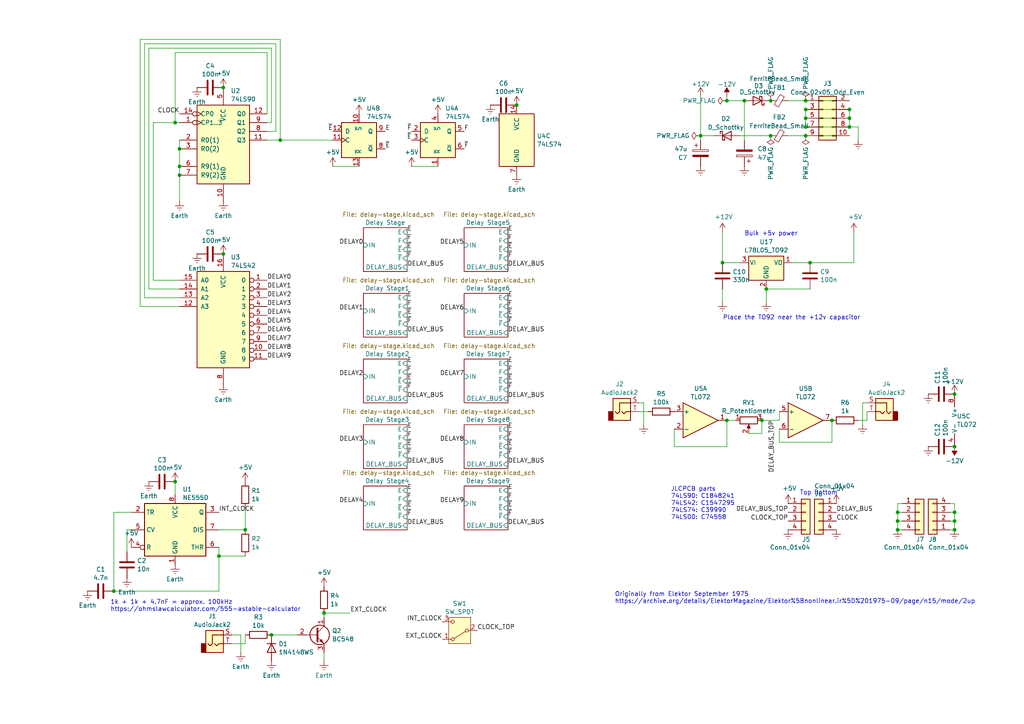
<source format=kicad_sch>
(kicad_sch (version 20250114) (generator "eeschema") (generator_version "9.0")
  (paper "A4")
  (lib_symbols
    (symbol "74xx:74LS42" (pin_names (offset 1.016))
      (property "Reference" "U" (at -7.62 13.97 0))
      (property "Value" "74LS42" (at -7.62 -16.51 0))
      (symbol "74LS42_1_0"
        (pin input line (at -12.7 10.16 0) (length 5.08) (name "A0") (number "15"))
        (pin input line (at -12.7 7.62 0) (length 5.08) (name "A1") (number "14"))
        (pin input line (at -12.7 5.08 0) (length 5.08) (name "A2") (number "13"))
        (pin input line (at -12.7 2.54 0) (length 5.08) (name "A3") (number "12"))
        (pin power_in line (at 0 17.78 270) (length 5.08) (name "VCC") (number "16"))
        (pin power_in line (at 0 -20.32 90) (length 5.08) (name "GND") (number "8"))
        (pin output inverted (at 12.7 10.16 180) (length 5.08) (name "0") (number "1"))
        (pin output inverted (at 12.7 7.62 180) (length 5.08) (name "1") (number "2"))
        (pin output inverted (at 12.7 5.08 180) (length 5.08) (name "2") (number "3"))
        (pin output inverted (at 12.7 2.54 180) (length 5.08) (name "3") (number "4"))
        (pin output inverted (at 12.7 0 180) (length 5.08) (name "4") (number "5"))
        (pin output inverted (at 12.7 -2.54 180) (length 5.08) (name "5") (number "6"))
        (pin output inverted (at 12.7 -5.08 180) (length 5.08) (name "6") (number "7"))
        (pin output inverted (at 12.7 -7.62 180) (length 5.08) (name "7") (number "9"))
        (pin output inverted (at 12.7 -10.16 180) (length 5.08) (name "8") (number "10"))
        (pin output inverted (at 12.7 -12.7 180) (length 5.08) (name "9") (number "11"))
      )
    )
    (symbol "74xx:74LS74" (pin_names (offset 1.016))
      (property "Reference" "U" (at -7.62 8.89 0))
      (property "Value" "74LS74" (at -7.62 -8.89 0))
      (symbol "74LS74_1_0"
        (pin input line (at -7.62 2.54 0) (length 2.54) (name "D") (number "2"))
        (pin input clock (at -7.62 0 0) (length 2.54) (name "C") (number "3"))
        (pin input line (at 0 7.62 270) (length 2.54) (name "~{S}") (number "4"))
        (pin input line (at 0 -7.62 90) (length 2.54) (name "~{R}") (number "1"))
        (pin output line (at 7.62 2.54 180) (length 2.54) (name "Q") (number "5"))
        (pin output line (at 7.62 -2.54 180) (length 2.54) (name "~{Q}") (number "6"))
      )
      (symbol "74LS74_2_0"
        (pin input line (at -7.62 2.54 0) (length 2.54) (name "D") (number "12"))
        (pin input clock (at -7.62 0 0) (length 2.54) (name "C") (number "11"))
        (pin input line (at 0 7.62 270) (length 2.54) (name "~{S}") (number "10"))
        (pin input line (at 0 -7.62 90) (length 2.54) (name "~{R}") (number "13"))
        (pin output line (at 7.62 2.54 180) (length 2.54) (name "Q") (number "9"))
        (pin output line (at 7.62 -2.54 180) (length 2.54) (name "~{Q}") (number "8"))
      )
      (symbol "74LS74_3_0"
        (pin power_in line (at 0 10.16 270) (length 2.54) (name "VCC") (number "14"))
        (pin power_in line (at 0 -10.16 90) (length 2.54) (name "GND") (number "7"))
      )
    )
    (symbol "74xx:74LS90" (pin_names (offset 1.016))
      (property "Reference" "U" (at -7.62 11.43 0))
      (property "Value" "74LS90" (at -7.62 -13.97 0))
      (symbol "74LS90_1_0"
        (pin input inverted_clock (at -12.7 7.62 0) (length 5.08) (name "CP0") (number "14"))
        (pin input inverted_clock (at -12.7 5.08 0) (length 5.08) (name "CP1..3") (number "1"))
        (pin input line (at -12.7 0 0) (length 5.08) (name "R0(1)") (number "2"))
        (pin input line (at -12.7 -2.54 0) (length 5.08) (name "R0(2)") (number "3"))
        (pin input line (at -12.7 -7.62 0) (length 5.08) (name "R9(1)") (number "6"))
        (pin input line (at -12.7 -10.16 0) (length 5.08) (name "R9(2)") (number "7"))
        (pin power_in line (at 0 15.24 270) (length 5.08) (name "VCC") (number "5"))
        (pin power_in line (at 0 -17.78 90) (length 5.08) (name "GND") (number "10"))
        (pin output line (at 12.7 7.62 180) (length 5.08) (name "Q0") (number "12"))
        (pin output line (at 12.7 5.08 180) (length 5.08) (name "Q1") (number "9"))
        (pin output line (at 12.7 2.54 180) (length 5.08) (name "Q2") (number "8"))
        (pin output line (at 12.7 0 180) (length 5.08) (name "Q3") (number "11"))
      )
    )
    (symbol "Amplifier_Operational:TL072" (pin_names (offset 0.127))
      (property "Reference" "U" (at 0 5.08 0))
      (property "Value" "TL072" (at 0 -5.08 0))
      (symbol "TL072_1_1"
        (pin input line (at -7.62 2.54 0) (length 2.54) (name "+") (number "3"))
        (pin input line (at -7.62 -2.54 0) (length 2.54) (name "-") (number "2"))
        (pin output line (at 7.62 0 180) (length 2.54) (name "~") (number "1"))
      )
      (symbol "TL072_2_1"
        (pin input line (at -7.62 2.54 0) (length 2.54) (name "+") (number "5"))
        (pin input line (at -7.62 -2.54 0) (length 2.54) (name "-") (number "6"))
        (pin output line (at 7.62 0 180) (length 2.54) (name "~") (number "7"))
      )
      (symbol "TL072_3_1"
        (pin power_in line (at -2.54 7.62 270) (length 3.81) (name "V+") (number "8"))
        (pin power_in line (at -2.54 -7.62 90) (length 3.81) (name "V-") (number "4"))
      )
    )
    (symbol "Connector_Audio:AudioJack2"
      (property "Reference" "J" (at 0 8.89 0))
      (property "Value" "AudioJack2" (at 0 6.35 0))
      (symbol "AudioJack2_1_1"
        (pin passive line (at 5.08 2.54 180) (length 2.54) (name "~") (number "S"))
        (pin passive line (at 5.08 0 180) (length 2.54) (name "~") (number "T"))
      )
    )
    (symbol "Connector_Generic:Conn_01x04" (pin_names (offset 1.016) (hide yes))
      (property "Reference" "J" (at 0 5.08 0))
      (property "Value" "Conn_01x04" (at 0 -7.62 0))
      (symbol "Conn_01x04_1_1"
        (pin passive line (at -5.08 2.54 0) (length 3.81) (name "Pin_1") (number "1"))
        (pin passive line (at -5.08 0 0) (length 3.81) (name "Pin_2") (number "2"))
        (pin passive line (at -5.08 -2.54 0) (length 3.81) (name "Pin_3") (number "3"))
        (pin passive line (at -5.08 -5.08 0) (length 3.81) (name "Pin_4") (number "4"))
      )
    )
    (symbol "Connector_Generic:Conn_02x05_Odd_Even" (pin_names (offset 1.016) (hide yes))
      (property "Reference" "J" (at 1.27 7.62 0))
      (property "Value" "Conn_02x05_Odd_Even" (at 1.27 -7.62 0))
      (symbol "Conn_02x05_Odd_Even_1_1"
        (pin passive line (at -5.08 5.08 0) (length 3.81) (name "Pin_1") (number "1"))
        (pin passive line (at -5.08 2.54 0) (length 3.81) (name "Pin_3") (number "3"))
        (pin passive line (at -5.08 0 0) (length 3.81) (name "Pin_5") (number "5"))
        (pin passive line (at -5.08 -2.54 0) (length 3.81) (name "Pin_7") (number "7"))
        (pin passive line (at -5.08 -5.08 0) (length 3.81) (name "Pin_9") (number "9"))
        (pin passive line (at 7.62 5.08 180) (length 3.81) (name "Pin_2") (number "2"))
        (pin passive line (at 7.62 2.54 180) (length 3.81) (name "Pin_4") (number "4"))
        (pin passive line (at 7.62 0 180) (length 3.81) (name "Pin_6") (number "6"))
        (pin passive line (at 7.62 -2.54 180) (length 3.81) (name "Pin_8") (number "8"))
        (pin passive line (at 7.62 -5.08 180) (length 3.81) (name "Pin_10") (number "10"))
      )
    )
    (symbol "Device:C" (pin_numbers (hide yes)) (pin_names (offset 0.254))
      (property "Reference" "C" (at 0.635 2.54 0))
      (property "Value" "C" (at 0.635 -2.54 0))
      (symbol "C_1_1"
        (pin passive line (at 0 3.81 270) (length 2.794) (name "~") (number "1"))
        (pin passive line (at 0 -3.81 90) (length 2.794) (name "~") (number "2"))
      )
    )
    (symbol "Device:C_Polarized" (pin_numbers (hide yes)) (pin_names (offset 0.254))
      (property "Reference" "C" (at 0.635 2.54 0))
      (property "Value" "C_Polarized" (at 0.635 -2.54 0))
      (symbol "C_Polarized_1_1"
        (pin passive line (at 0 3.81 270) (length 2.794) (name "~") (number "1"))
        (pin passive line (at 0 -3.81 90) (length 2.794) (name "~") (number "2"))
      )
    )
    (symbol "Device:D_Schottky" (pin_numbers (hide yes)) (pin_names (offset 1.016) (hide yes))
      (property "Reference" "D" (at 0 2.54 0))
      (property "Value" "D_Schottky" (at 0 -2.54 0))
      (symbol "D_Schottky_1_1"
        (pin passive line (at -3.81 0 0) (length 2.54) (name "K") (number "1"))
        (pin passive line (at 3.81 0 180) (length 2.54) (name "A") (number "2"))
      )
    )
    (symbol "Device:FerriteBead_Small" (pin_numbers (hide yes)) (pin_names (offset 0))
      (property "Reference" "FB" (at 1.905 1.27 0))
      (property "Value" "FerriteBead_Small" (at 1.905 -1.27 0))
      (symbol "FerriteBead_Small_1_1"
        (pin passive line (at 0 2.54 270) (length 1.27) (name "~") (number "1"))
        (pin passive line (at 0 -2.54 90) (length 1.27) (name "~") (number "2"))
      )
    )
    (symbol "Device:R" (pin_numbers (hide yes)) (pin_names (offset 0))
      (property "Reference" "R" (at 2.032 0 90))
      (property "Value" "R" (at 0 0 90))
      (symbol "R_1_1"
        (pin passive line (at 0 3.81 270) (length 1.27) (name "~") (number "1"))
        (pin passive line (at 0 -3.81 90) (length 1.27) (name "~") (number "2"))
      )
    )
    (symbol "Device:R_Potentiometer" (pin_names (offset 1.016) (hide yes))
      (property "Reference" "RV" (at -4.445 0 90))
      (property "Value" "R_Potentiometer" (at -2.54 0 90))
      (symbol "R_Potentiometer_1_1"
        (pin passive line (at 0 3.81 270) (length 1.27) (name "1") (number "1"))
        (pin passive line (at 0 -3.81 90) (length 1.27) (name "3") (number "3"))
        (pin passive line (at 3.81 0 180) (length 1.27) (name "2") (number "2"))
      )
    )
    (symbol "Diode:1N4148WS" (pin_numbers (hide yes)) (pin_names (hide yes))
      (property "Reference" "D" (at 0 2.54 0))
      (property "Value" "1N4148WS" (at 0 -2.54 0))
      (symbol "1N4148WS_1_1"
        (pin passive line (at -3.81 0 0) (length 2.54) (name "K") (number "1"))
        (pin passive line (at 3.81 0 180) (length 2.54) (name "A") (number "2"))
      )
    )
    (symbol "Earth_1" (power) (pin_numbers (hide yes)) (pin_names (offset 0) (hide yes))
      (property "Value" "Earth" (at 0 -3.81 0))
      (symbol "Earth_1_1_1"
        (pin power_in line (at 0 0 270) (length 0) (name "~") (number "1"))
      )
    )
    (symbol "Regulator_Linear:L78L05_TO92" (pin_names (offset 0.254))
      (property "Reference" "U" (at -3.81 3.175 0))
      (property "Value" "L78L05_TO92" (at 0 3.175 0))
      (symbol "L78L05_TO92_1_1"
        (pin power_in line (at -7.62 0 0) (length 2.54) (name "VI") (number "3"))
        (pin power_in line (at 0 -7.62 90) (length 2.54) (name "GND") (number "2"))
        (pin power_out line (at 7.62 0 180) (length 2.54) (name "VO") (number "1"))
      )
    )
    (symbol "Switch:SW_SPDT" (pin_names (offset 0) (hide yes))
      (property "Reference" "SW" (at 0 5.08 0))
      (property "Value" "SW_SPDT" (at 0 -5.08 0))
      (symbol "SW_SPDT_1_1"
        (pin passive line (at -5.08 0 0) (length 2.54) (name "B") (number "2"))
        (pin passive line (at 5.08 2.54 180) (length 2.54) (name "A") (number "1"))
        (pin passive line (at 5.08 -2.54 180) (length 2.54) (name "C") (number "3"))
      )
    )
    (symbol "Timer:NE555D"
      (property "Reference" "U" (at -10.16 8.89 0))
      (property "Value" "NE555D" (at 2.54 8.89 0))
      (symbol "NE555D_0_0"
        (pin power_in line (at 0 10.16 270) (length 2.54) (name "VCC") (number "8"))
        (pin power_in line (at 0 -10.16 90) (length 2.54) (name "GND") (number "1"))
      )
      (symbol "NE555D_1_1"
        (pin input line (at -12.7 5.08 0) (length 3.81) (name "TR") (number "2"))
        (pin input line (at -12.7 0 0) (length 3.81) (name "CV") (number "5"))
        (pin input inverted (at -12.7 -5.08 0) (length 3.81) (name "R") (number "4"))
        (pin output line (at 12.7 5.08 180) (length 3.81) (name "Q") (number "3"))
        (pin input line (at 12.7 0 180) (length 3.81) (name "DIS") (number "7"))
        (pin input line (at 12.7 -5.08 180) (length 3.81) (name "THR") (number "6"))
      )
    )
    (symbol "Transistor_BJT:BC548" (pin_names (offset 0) (hide yes))
      (property "Reference" "Q" (at 5.08 1.905 0))
      (property "Value" "BC548" (at 5.08 0 0))
      (symbol "BC548_1_1"
        (pin input line (at -5.08 0 0) (length 2.54) (name "B") (number "2"))
        (pin passive line (at 2.54 5.08 270) (length 2.54) (name "C") (number "1"))
        (pin passive line (at 2.54 -5.08 90) (length 2.54) (name "E") (number "3"))
      )
    )
    (symbol "power:+12V" (power) (pin_names (offset 0))
      (property "Value" "+12V" (at 0 3.556 0))
      (symbol "+12V_1_1"
        (pin power_in line (at 0 0 90) (length 0) (hide yes) (name "+12V") (number "1"))
      )
    )
    (symbol "power:+5V" (power) (pin_numbers (hide yes)) (pin_names (offset 0) (hide yes))
      (property "Value" "+5V" (at 0 3.556 0))
      (symbol "+5V_1_1"
        (pin power_in line (at 0 0 90) (length 0) (name "~") (number "1"))
      )
    )
    (symbol "power:-12V" (power) (pin_names (offset 0))
      (property "Value" "-12V" (at 0 3.81 0))
      (symbol "-12V_0_0"
        (pin power_in line (at 0 0 90) (length 0) (hide yes) (name "-12V") (number "1"))
      )
    )
    (symbol "power:Earth" (power) (pin_numbers (hide yes)) (pin_names (offset 0) (hide yes))
      (property "Value" "Earth" (at 0 -3.81 0))
      (symbol "Earth_1_1"
        (pin power_in line (at 0 0 270) (length 0) (name "~") (number "1"))
      )
    )
    (symbol "power:PWR_FLAG" (power) (pin_numbers (hide yes)) (pin_names (offset 0) (hide yes))
      (property "Value" "PWR_FLAG" (at 0 3.81 0))
      (symbol "PWR_FLAG_0_0"
        (pin power_out line (at 0 0 90) (length 0) (name "~") (number "1"))
      )
    )
  )
  (text "1k + 1k + 4.7nF = approx. 100kHz\nhttps://ohmslawcalculator.com/555-astable-calculator" (at 32.004 175.768 0) (effects (font (size 1.27 1.27)) (justify left)))
  (text "Originally from Elektor September 1975\nhttps://archive.org/details/ElektorMagazine/Elektor%5Bnonlinear.ir%5D%201975-09/page/n15/mode/2up" (at 178.308 173.482 0) (effects (font (size 1.27 1.27)) (justify left)))
  (text "JLCPCB parts\n74LS90: C1848241\n74LS42: C1547295\n74LS74: C39990\n74LS00: C74558" (at 194.564 146.05 0) (effects (font (size 1.27 1.27)) (justify left)))
  (text "Bulk +5v power" (at 215.9 68.58 0) (effects (font (size 1.27 1.27)) (justify left bottom)))
  (text "Top" (at 233.68 143.002 0) (effects (font (size 1.27 1.27))))
  (text "Place the TO92 near the +12v capacitor" (at 229.616 92.202 0) (effects (font (size 1.27 1.27))))
  (text "Bottom" (at 239.522 143.002 0) (effects (font (size 1.27 1.27))))
  (junction (at 260.35 148.59))
  (junction (at 241.3 121.92))
  (junction (at 260.35 153.67))
  (junction (at 233.68 31.75))
  (junction (at 276.86 153.67))
  (junction (at 276.86 129.54))
  (junction (at 260.35 151.13))
  (junction (at 203.2 39.37))
  (junction (at 220.98 121.92))
  (junction (at 52.07 48.26))
  (junction (at 52.07 43.18))
  (junction (at 234.95 76.2))
  (junction (at 93.98 177.8))
  (junction (at 64.77 73.66))
  (junction (at 215.9 29.21))
  (junction (at 246.38 34.29))
  (junction (at 276.86 151.13))
  (junction (at 81.28 40.64))
  (junction (at 64.77 25.4))
  (junction (at 222.25 83.82))
  (junction (at 52.07 50.8))
  (junction (at 33.02 171.45))
  (junction (at 276.86 114.3))
  (junction (at 50.8 35.56))
  (junction (at 246.38 31.75))
  (junction (at 63.5 161.29))
  (junction (at 149.86 30.48))
  (junction (at 233.68 34.29))
  (junction (at 233.68 39.37))
  (junction (at 50.8 139.7))
  (junction (at 246.38 36.83))
  (junction (at 276.86 148.59))
  (junction (at 210.82 121.92))
  (junction (at 233.68 36.83))
  (junction (at 223.52 29.21))
  (junction (at 209.55 76.2))
  (junction (at 233.68 29.21))
  (junction (at 71.12 153.67))
  (junction (at 210.82 29.21))
  (junction (at 223.52 39.37))
  (junction (at 78.74 184.15))
  (wire (pts (xy 38.1 148.59) (xy 33.02 148.59)))
  (wire (pts (xy 217.17 125.73) (xy 220.98 125.73)))
  (wire (pts (xy 203.2 39.37) (xy 203.2 40.64)))
  (wire (pts (xy 186.69 116.84) (xy 185.42 116.84)))
  (wire (pts (xy 260.35 148.59) (xy 261.62 148.59)))
  (wire (pts (xy 275.59 153.67) (xy 276.86 153.67)))
  (wire (pts (xy 71.12 153.67) (xy 63.5 153.67)))
  (wire (pts (xy 195.58 129.54) (xy 195.58 124.46)))
  (wire (pts (xy 203.2 27.94) (xy 203.2 39.37)))
  (wire (pts (xy 233.68 39.37) (xy 246.38 39.37)))
  (wire (pts (xy 210.82 29.21) (xy 215.9 29.21)))
  (wire (pts (xy 226.06 121.92) (xy 226.06 119.38)))
  (wire (pts (xy 214.63 39.37) (xy 223.52 39.37)))
  (wire (pts (xy 275.59 151.13) (xy 276.86 151.13)))
  (wire (pts (xy 78.74 35.56) (xy 78.74 13.97)))
  (wire (pts (xy 234.95 83.82) (xy 222.25 83.82)))
  (wire (pts (xy 119.38 48.26) (xy 127 48.26)))
  (wire (pts (xy 77.47 38.1) (xy 80.01 38.1)))
  (wire (pts (xy 63.5 161.29) (xy 71.12 161.29)))
  (wire (pts (xy 233.68 31.75) (xy 246.38 31.75)))
  (wire (pts (xy 233.68 29.21) (xy 246.38 29.21)))
  (wire (pts (xy 260.35 153.67) (xy 261.62 153.67)))
  (wire (pts (xy 33.02 171.45) (xy 63.5 171.45)))
  (wire (pts (xy 247.65 67.31) (xy 247.65 76.2)))
  (wire (pts (xy 52.07 40.64) (xy 52.07 43.18)))
  (wire (pts (xy 33.02 148.59) (xy 33.02 171.45)))
  (wire (pts (xy 226.06 128.27) (xy 226.06 124.46)))
  (wire (pts (xy 233.68 36.83) (xy 246.38 36.83)))
  (wire (pts (xy 96.52 48.26) (xy 104.14 48.26)))
  (wire (pts (xy 50.8 35.56) (xy 52.07 35.56)))
  (wire (pts (xy 210.82 129.54) (xy 195.58 129.54)))
  (wire (pts (xy 261.62 146.05) (xy 260.35 146.05)))
  (wire (pts (xy 52.07 50.8) (xy 52.07 58.42)))
  (wire (pts (xy 80.01 12.7) (xy 41.91 12.7)))
  (wire (pts (xy 276.86 151.13) (xy 276.86 153.67)))
  (wire (pts (xy 260.35 148.59) (xy 260.35 151.13)))
  (wire (pts (xy 77.47 33.02) (xy 77.47 15.24)))
  (wire (pts (xy 36.83 153.67) (xy 36.83 160.02)))
  (wire (pts (xy 275.59 146.05) (xy 276.86 146.05)))
  (wire (pts (xy 246.38 34.29) (xy 246.38 36.83)))
  (wire (pts (xy 69.85 184.15) (xy 69.85 189.23)))
  (wire (pts (xy 233.68 31.75) (xy 233.68 34.29)))
  (wire (pts (xy 260.35 151.13) (xy 261.62 151.13)))
  (wire (pts (xy 77.47 40.64) (xy 81.28 40.64)))
  (wire (pts (xy 241.3 128.27) (xy 226.06 128.27)))
  (wire (pts (xy 78.74 13.97) (xy 43.18 13.97)))
  (wire (pts (xy 80.01 38.1) (xy 80.01 12.7)))
  (wire (pts (xy 67.31 184.15) (xy 69.85 184.15)))
  (wire (pts (xy 41.91 86.36) (xy 52.07 86.36)))
  (wire (pts (xy 260.35 151.13) (xy 260.35 153.67)))
  (wire (pts (xy 71.12 186.69) (xy 67.31 186.69)))
  (wire (pts (xy 228.6 29.21) (xy 233.68 29.21)))
  (wire (pts (xy 210.82 27.94) (xy 210.82 29.21)))
  (wire (pts (xy 78.74 184.15) (xy 86.36 184.15)))
  (wire (pts (xy 185.42 119.38) (xy 187.96 119.38)))
  (wire (pts (xy 233.68 34.29) (xy 246.38 34.29)))
  (wire (pts (xy 220.98 125.73) (xy 220.98 121.92)))
  (wire (pts (xy 50.8 15.24) (xy 50.8 35.56)))
  (wire (pts (xy 52.07 43.18) (xy 52.07 48.26)))
  (wire (pts (xy 209.55 67.31) (xy 209.55 76.2)))
  (wire (pts (xy 71.12 147.32) (xy 71.12 153.67)))
  (wire (pts (xy 77.47 15.24) (xy 50.8 15.24)))
  (wire (pts (xy 81.28 11.43) (xy 40.64 11.43)))
  (wire (pts (xy 248.92 40.64) (xy 248.92 36.83)))
  (wire (pts (xy 228.6 39.37) (xy 233.68 39.37)))
  (wire (pts (xy 210.82 121.92) (xy 210.82 129.54)))
  (wire (pts (xy 93.98 177.8) (xy 101.6 177.8)))
  (wire (pts (xy 215.9 29.21) (xy 215.9 40.64)))
  (wire (pts (xy 220.98 121.92) (xy 226.06 121.92)))
  (wire (pts (xy 43.18 13.97) (xy 43.18 83.82)))
  (wire (pts (xy 229.87 76.2) (xy 234.95 76.2)))
  (wire (pts (xy 241.3 121.92) (xy 241.3 128.27)))
  (wire (pts (xy 251.46 116.84) (xy 250.19 116.84)))
  (wire (pts (xy 275.59 148.59) (xy 276.86 148.59)))
  (wire (pts (xy 246.38 31.75) (xy 246.38 34.29)))
  (wire (pts (xy 251.46 121.92) (xy 251.46 119.38)))
  (wire (pts (xy 41.91 12.7) (xy 41.91 86.36)))
  (wire (pts (xy 234.95 76.2) (xy 247.65 76.2)))
  (wire (pts (xy 71.12 184.15) (xy 71.12 186.69)))
  (wire (pts (xy 248.92 36.83) (xy 246.38 36.83)))
  (wire (pts (xy 248.92 121.92) (xy 251.46 121.92)))
  (wire (pts (xy 38.1 153.67) (xy 36.83 153.67)))
  (wire (pts (xy 210.82 121.92) (xy 213.36 121.92)))
  (wire (pts (xy 44.45 81.28) (xy 52.07 81.28)))
  (wire (pts (xy 222.25 83.82) (xy 222.25 87.63)))
  (wire (pts (xy 77.47 35.56) (xy 78.74 35.56)))
  (wire (pts (xy 250.19 116.84) (xy 250.19 123.19)))
  (wire (pts (xy 93.98 177.8) (xy 93.98 179.07)))
  (wire (pts (xy 186.69 116.84) (xy 186.69 123.19)))
  (wire (pts (xy 260.35 146.05) (xy 260.35 148.59)))
  (wire (pts (xy 203.2 39.37) (xy 207.01 39.37)))
  (wire (pts (xy 40.64 88.9) (xy 52.07 88.9)))
  (wire (pts (xy 209.55 83.82) (xy 209.55 87.63)))
  (wire (pts (xy 63.5 161.29) (xy 63.5 171.45)))
  (wire (pts (xy 50.8 139.7) (xy 50.8 143.51)))
  (wire (pts (xy 44.45 81.28) (xy 44.45 35.56)))
  (wire (pts (xy 40.64 11.43) (xy 40.64 88.9)))
  (wire (pts (xy 276.86 148.59) (xy 276.86 151.13)))
  (wire (pts (xy 93.98 189.23) (xy 93.98 191.77)))
  (wire (pts (xy 52.07 48.26) (xy 52.07 50.8)))
  (wire (pts (xy 276.86 146.05) (xy 276.86 148.59)))
  (wire (pts (xy 63.5 158.75) (xy 63.5 161.29)))
  (wire (pts (xy 44.45 35.56) (xy 50.8 35.56)))
  (wire (pts (xy 81.28 40.64) (xy 96.52 40.64)))
  (wire (pts (xy 233.68 34.29) (xy 233.68 36.83)))
  (wire (pts (xy 209.55 76.2) (xy 214.63 76.2)))
  (wire (pts (xy 43.18 83.82) (xy 52.07 83.82)))
  (wire (pts (xy 81.28 40.64) (xy 81.28 11.43)))
  (label "~{F}" (at 118.11 113.03 0))
  (label "F" (at 118.11 88.9 0))
  (label "F" (at 147.32 107.95 0))
  (label "F" (at 147.32 69.85 0))
  (label "~{E}" (at 147.32 129.54 0))
  (label "~{E}" (at 111.76 43.18 0))
  (label "~{E}" (at 147.32 72.39 0))
  (label "~{E}" (at 118.11 110.49 0))
  (label "~{E}" (at 147.32 91.44 0))
  (label "~{E}" (at 118.11 91.44 0))
  (label "DELAY_BUS_TOP" (at 228.6 148.59 180))
  (label "~{E}" (at 118.11 72.39 0))
  (label "~{E}" (at 118.11 147.32 0))
  (label "E" (at 111.76 38.1 0))
  (label "E" (at 118.11 142.24 0))
  (label "DELAY7" (at 134.62 109.22 180))
  (label "DELAY_BUS" (at 118.11 134.62 0))
  (label "DELAY_BUS_TOP" (at 224.79 121.92 270))
  (label "DELAY6" (at 77.47 96.52 0))
  (label "DELAY4" (at 77.47 91.44 0))
  (label "DELAY9" (at 134.62 146.05 180))
  (label "F" (at 118.11 69.85 0))
  (label "~{F}" (at 118.11 149.86 0))
  (label "~{F}" (at 147.32 113.03 0))
  (label "E" (at 118.11 67.31 0))
  (label "EXT_CLOCK" (at 128.27 185.42 180))
  (label "DELAY3" (at 77.47 88.9 0))
  (label "E" (at 147.32 67.31 0))
  (label "F" (at 118.11 127 0))
  (label "F" (at 147.32 127 0))
  (label "DELAY_BUS" (at 118.11 152.4 0))
  (label "DELAY1" (at 105.41 90.17 180))
  (label "DELAY4" (at 105.41 146.05 180))
  (label "DELAY8" (at 134.62 128.27 180))
  (label "~{E}" (at 147.32 110.49 0))
  (label "INT_CLOCK" (at 128.27 180.34 180))
  (label "~{F}" (at 147.32 93.98 0))
  (label "DELAY_BUS" (at 147.32 77.47 0))
  (label "DELAY_BUS" (at 147.32 134.62 0))
  (label "F" (at 134.62 38.1 0))
  (label "DELAY5" (at 134.62 71.12 180))
  (label "DELAY5" (at 77.47 93.98 0))
  (label "F" (at 147.32 88.9 0))
  (label "~{E}" (at 147.32 147.32 0))
  (label "DELAY_BUS" (at 118.11 77.47 0))
  (label "DELAY_BUS" (at 147.32 96.52 0))
  (label "DELAY2" (at 105.41 109.22 180))
  (label "DELAY0" (at 105.41 71.12 180))
  (label "CLOCK_TOP" (at 228.6 151.13 180))
  (label "EXT_CLOCK" (at 101.6 177.8 0))
  (label "DELAY_BUS" (at 147.32 115.57 0))
  (label "DELAY_BUS" (at 118.11 96.52 0))
  (label "DELAY0" (at 77.47 81.28 0))
  (label "E" (at 118.11 105.41 0))
  (label "E" (at 147.32 105.41 0))
  (label "DELAY3" (at 105.41 128.27 180))
  (label "DELAY7" (at 77.47 99.06 0))
  (label "E" (at 147.32 142.24 0))
  (label "F" (at 118.11 107.95 0))
  (label "DELAY6" (at 134.62 90.17 180))
  (label "~{F}" (at 118.11 93.98 0))
  (label "E" (at 118.11 124.46 0))
  (label "DELAY9" (at 77.47 104.14 0))
  (label "DELAY8" (at 77.47 101.6 0))
  (label "DELAY_BUS" (at 242.57 148.59 0))
  (label "CLOCK" (at 242.57 151.13 0))
  (label "~{E}" (at 96.52 38.1 180))
  (label "~{E}" (at 119.38 40.64 180))
  (label "E" (at 147.32 124.46 0))
  (label "DELAY2" (at 77.47 86.36 0))
  (label "F" (at 118.11 144.78 0))
  (label "~{F}" (at 134.62 43.18 0))
  (label "DELAY1" (at 77.47 83.82 0))
  (label "DELAY_BUS" (at 118.11 115.57 0))
  (label "~{F}" (at 118.11 132.08 0))
  (label "CLOCK_TOP" (at 138.43 182.88 0))
  (label "DELAY_BUS" (at 147.32 152.4 0))
  (label "~{F}" (at 119.38 38.1 180))
  (label "~{F}" (at 147.32 149.86 0))
  (label "~{F}" (at 147.32 132.08 0))
  (label "INT_CLOCK" (at 63.5 148.59 0))
  (label "~{E}" (at 118.11 129.54 0))
  (label "~{F}" (at 147.32 74.93 0))
  (label "CLOCK" (at 52.07 33.02 180))
  (label "~{F}" (at 118.11 74.93 0))
  (label "E" (at 118.11 86.36 0))
  (label "E" (at 147.32 86.36 0))
  (label "F" (at 147.32 144.78 0))
  (symbol (lib_id "Connector_Generic:Conn_01x04") (at 270.51 151.13 180) (unit 1)
    (property "Reference" "J8" (at 270.51 156.464 0))
    (property "Value" "Conn_01x04" (at 275.082 158.75 0))
    (property "Footprint" "Connector_PinSocket_2.54mm:PinSocket_1x04_P2.54mm_Vertical" (effects (hide yes)))
    (property "Description" "Generic connector, single row, 01x04, script generated (kicad-library-utils/schlib/autogen/connector/)" (effects (hide yes)))
  )
  (symbol (lib_id "Device:C") (at 273.05 114.3 90) (unit 1)
    (property "Reference" "C11" (at 271.8816 111.379 0) (effects (justify left)))
    (property "Value" "100n" (at 274.193 111.379 0) (effects (justify left)))
    (property "Footprint" "Capacitor_THT:C_Disc_D3.4mm_W2.1mm_P2.50mm" (effects (hide yes)))
  )
  (symbol (lib_id "74xx:74LS90") (at 64.77 40.64 0) (unit 1)
    (property "Reference" "U2" (at 66.9133 26.3355 0) (effects (justify left)))
    (property "Value" "74LS90" (at 66.9133 28.7598 0) (effects (justify left)))
    (property "Footprint" "Package_SO:SOIC-14_3.9x8.7mm_P1.27mm" (effects (hide yes)))
    (property "Datasheet" "http://www.ti.com/lit/gpn/sn74LS90" (effects (hide yes)))
    (property "Description" "BCD Counter ( div 2 & div 5 )" (effects (hide yes)))
  )
  (symbol (lib_id "Connector_Audio:AudioJack2") (at 256.54 119.38 0) (mirror y) (unit 1)
    (property "Reference" "J4" (at 257.175 111.4255 0))
    (property "Value" "AudioJack2" (at 257.175 113.8498 0))
    (property "Footprint" "Connector_Audio:Jack_3.5mm_QingPu_WQP-PJ398SM_Vertical_CircularHoles" (effects (hide yes)))
    (property "Description" "Audio Jack, 2 Poles (Mono / TS)" (effects (hide yes)))
  )
  (symbol (lib_id "power:Earth") (at 64.77 58.42 0) (unit 1)
    (property "Reference" "#PWR011" (effects (hide yes)))
    (property "Value" "Earth" (at 64.77 62.5531 0))
    (property "Description" "Power symbol creates a global label with name \"Earth\"" (effects (hide yes)))
  )
  (symbol (lib_id "power:+5V") (at 149.86 30.48 0) (unit 1)
    (property "Reference" "#PWR024" (effects (hide yes)))
    (property "Value" "+5V" (at 149.86 26.3469 0))
    (property "Description" "Power symbol creates a global label with name \"+5V\"" (effects (hide yes)))
  )
  (symbol (lib_id "power:Earth") (at 242.57 153.67 0) (unit 1)
    (property "Reference" "#PWR063" (effects (hide yes)))
    (property "Value" "Earth" (effects (hide yes)))
  )
  (symbol (lib_id "power:Earth") (at 203.2 48.26 0) (unit 1)
    (property "Reference" "#PWR028" (effects (hide yes)))
    (property "Value" "Earth" (effects (hide yes)))
  )
  (symbol (lib_id "power:+5V") (at 242.57 146.05 0) (unit 1)
    (property "Reference" "#PWR061" (effects (hide yes)))
    (property "Value" "+5V" (at 242.951 141.6558 0))
  )
  (symbol (lib_id "power:Earth") (at 149.86 50.8 0) (unit 1)
    (property "Reference" "#PWR025" (effects (hide yes)))
    (property "Value" "Earth" (at 149.86 54.9331 0))
    (property "Description" "Power symbol creates a global label with name \"Earth\"" (effects (hide yes)))
  )
  (symbol (lib_id "power:Earth") (at 52.07 58.42 0) (unit 1)
    (property "Reference" "#PWR07" (effects (hide yes)))
    (property "Value" "Earth" (at 52.07 62.5531 0))
    (property "Description" "Power symbol creates a global label with name \"Earth\"" (effects (hide yes)))
  )
  (symbol (lib_id "Device:C") (at 29.21 171.45 270) (unit 1)
    (property "Reference" "C1" (at 29.21 165.1465 90))
    (property "Value" "4.7n" (at 29.21 167.5708 90))
    (property "Footprint" "Capacitor_THT:C_Disc_D3.4mm_W2.1mm_P2.50mm" (effects (hide yes)))
    (property "Description" "Unpolarized capacitor" (effects (hide yes)))
  )
  (symbol (lib_id "power:PWR_FLAG") (at 233.68 39.37 180) (unit 1)
    (property "Reference" "#FLG06" (effects (hide yes)))
    (property "Value" "PWR_FLAG" (at 233.68 42.5449 90) (effects (justify left)))
    (property "Description" "Special symbol for telling ERC where power comes from" (effects (hide yes)))
  )
  (symbol (lib_id "power:+5V") (at 93.98 170.18 0) (unit 1)
    (property "Reference" "#PWR017" (effects (hide yes)))
    (property "Value" "+5V" (at 93.98 166.0469 0))
    (property "Description" "Power symbol creates a global label with name \"+5V\"" (effects (hide yes)))
  )
  (symbol (lib_id "Connector_Generic:Conn_01x04") (at 233.68 148.59 0) (unit 1)
    (property "Reference" "J5" (at 232.664 156.464 0) (effects (justify left)))
    (property "Value" "Conn_01x04" (at 223.266 158.75 0) (effects (justify left)))
    (property "Footprint" "Connector_PinHeader_2.54mm:PinHeader_1x04_P2.54mm_Vertical" (effects (hide yes)))
    (property "Description" "Generic connector, single row, 01x04, script generated (kicad-library-utils/schlib/autogen/connector/)" (effects (hide yes)))
  )
  (symbol (lib_id "Device:C") (at 234.95 80.01 0) (unit 1)
    (property "Reference" "C9" (at 237.871 78.8416 0) (effects (justify left)))
    (property "Value" "100n" (at 237.871 81.153 0) (effects (justify left)))
    (property "Footprint" "Capacitor_THT:C_Disc_D3.4mm_W2.1mm_P2.50mm" (effects (hide yes)))
  )
  (symbol (lib_id "Connector_Generic:Conn_01x04") (at 266.7 148.59 0) (unit 1)
    (property "Reference" "J7" (at 265.684 156.464 0) (effects (justify left)))
    (property "Value" "Conn_01x04" (at 256.286 158.75 0) (effects (justify left)))
    (property "Footprint" "Connector_PinHeader_2.54mm:PinHeader_1x04_P2.54mm_Vertical" (effects (hide yes)))
    (property "Description" "Generic connector, single row, 01x04, script generated (kicad-library-utils/schlib/autogen/connector/)" (effects (hide yes)))
  )
  (symbol (lib_id "power:Earth") (at 186.69 123.19 0) (unit 1)
    (property "Reference" "#PWR026" (effects (hide yes)))
    (property "Value" "Earth" (effects (hide yes)))
  )
  (symbol (lib_id "power:Earth") (at 269.24 114.3 0) (unit 1)
    (property "Reference" "#PWR036" (effects (hide yes)))
    (property "Value" "Earth" (effects (hide yes)))
  )
  (symbol (lib_id "Regulator_Linear:L78L05_TO92") (at 222.25 76.2 0) (unit 1)
    (property "Reference" "U17" (at 222.25 70.1505 0))
    (property "Value" "L78L05_TO92" (at 222.25 72.5748 0))
    (property "Footprint" "Package_TO_SOT_THT:TO-92_Wide" (effects (hide yes)))
    (property "Datasheet" "http://www.st.com/content/ccc/resource/technical/document/datasheet/15/55/e5/aa/23/5b/43/fd/CD00000446.pdf/files/CD00000446.pdf/jcr:content/translations/en.CD00000446.pdf" (effects (hide yes)))
    (property "Description" "Positive 100mA 30V Linear Regulator, Fixed Output 5V, TO-92" (effects (hide yes)))
  )
  (symbol (lib_id "74xx:74LS74") (at 104.14 40.64 0) (unit 2)
    (property "Reference" "U4" (at 106.2833 31.4155 0) (effects (justify left)))
    (property "Value" "74LS74" (at 106.2833 33.8398 0) (effects (justify left)))
    (property "Footprint" "Package_SO:SOIC-14_3.9x8.7mm_P1.27mm" (effects (hide yes)))
    (property "Datasheet" "74xx/74hc_hct74.pdf" (effects (hide yes)))
    (property "Description" "Dual D Flip-flop, Set & Reset" (effects (hide yes)))
  )
  (symbol (lib_name "Earth_1") (lib_id "power:Earth") (at 93.98 191.77 0) (unit 1)
    (property "Reference" "#PWR018" (effects (hide yes)))
    (property "Value" "Earth" (at 93.98 195.9031 0))
    (property "Description" "Power symbol creates a global label with name \"Earth\"" (effects (hide yes)))
  )
  (symbol (lib_id "power:Earth") (at 43.18 139.7 0) (unit 1)
    (property "Reference" "#PWR04" (effects (hide yes)))
    (property "Value" "Earth" (at 43.18 143.8331 0))
    (property "Description" "Power symbol creates a global label with name \"Earth\"" (effects (hide yes)))
  )
  (symbol (lib_id "power:Earth") (at 57.15 25.4 0) (unit 1)
    (property "Reference" "#PWR08" (effects (hide yes)))
    (property "Value" "Earth" (at 57.15 29.5331 0))
    (property "Description" "Power symbol creates a global label with name \"Earth\"" (effects (hide yes)))
  )
  (symbol (lib_id "Device:R") (at 71.12 143.51 0) (unit 1)
    (property "Reference" "R1" (at 72.898 142.2978 0) (effects (justify left)))
    (property "Value" "1k" (at 72.898 144.7221 0) (effects (justify left)))
    (property "Footprint" "Resistor_THT:R_Axial_DIN0207_L6.3mm_D2.5mm_P7.62mm_Horizontal" (effects (hide yes)))
    (property "Description" "Resistor" (effects (hide yes)))
  )
  (symbol (lib_id "Switch:SW_SPDT") (at 133.35 182.88 180) (unit 1)
    (property "Reference" "SW1" (at 133.35 175.0525 0))
    (property "Value" "SW_SPDT" (at 133.35 177.4768 0))
    (property "Footprint" "Connector_PinHeader_2.54mm:PinHeader_1x03_P2.54mm_Vertical" (effects (hide yes)))
    (property "Description" "Switch, single pole double throw" (effects (hide yes)))
  )
  (symbol (lib_id "power:PWR_FLAG") (at 210.82 29.21 90) (unit 1)
    (property "Reference" "#FLG02" (effects (hide yes)))
    (property "Value" "PWR_FLAG" (at 207.6451 29.21 90) (effects (justify left)))
    (property "Description" "Special symbol for telling ERC where power comes from" (effects (hide yes)))
  )
  (symbol (lib_id "power:Earth") (at 222.25 87.63 0) (unit 1)
    (property "Reference" "#PWR032" (effects (hide yes)))
    (property "Value" "Earth" (effects (hide yes)))
  )
  (symbol (lib_id "power:-12V") (at 276.86 129.54 180) (unit 1)
    (property "Reference" "#PWR039" (effects (hide yes)))
    (property "Value" "-12V" (at 276.86 133.6731 0))
  )
  (symbol (lib_id "Device:C") (at 209.55 80.01 0) (unit 1)
    (property "Reference" "C10" (at 212.471 78.8416 0) (effects (justify left)))
    (property "Value" "330n" (at 212.471 81.153 0) (effects (justify left)))
    (property "Footprint" "Capacitor_THT:C_Disc_D3.4mm_W2.1mm_P2.50mm" (effects (hide yes)))
  )
  (symbol (lib_id "74xx:74LS74") (at 127 40.64 0) (unit 1)
    (property "Reference" "U4" (at 129.1433 31.4155 0) (effects (justify left)))
    (property "Value" "74LS74" (at 129.1433 33.8398 0) (effects (justify left)))
    (property "Footprint" "Package_SO:SOIC-14_3.9x8.7mm_P1.27mm" (effects (hide yes)))
    (property "Datasheet" "74xx/74hc_hct74.pdf" (effects (hide yes)))
    (property "Description" "Dual D Flip-flop, Set & Reset" (effects (hide yes)))
  )
  (symbol (lib_id "Device:D_Schottky") (at 210.82 39.37 0) (unit 1)
    (property "Reference" "D2" (at 210.5025 34.4002 0))
    (property "Value" "D_Schottky" (at 210.5025 36.9371 0))
    (property "Footprint" "Diode_THT:D_DO-35_SOD27_P7.62mm_Horizontal" (effects (hide yes)))
  )
  (symbol (lib_id "power:-12V") (at 210.82 27.94 0) (unit 1)
    (property "Reference" "#PWR030" (effects (hide yes)))
    (property "Value" "-12V" (at 210.82 24.4381 0))
  )
  (symbol (lib_id "Device:R") (at 191.77 119.38 90) (unit 1)
    (property "Reference" "R5" (at 191.77 114.2195 90))
    (property "Value" "100k" (at 191.77 116.6438 90))
    (property "Footprint" "Resistor_THT:R_Axial_DIN0207_L6.3mm_D2.5mm_P7.62mm_Horizontal" (effects (hide yes)))
    (property "Description" "Resistor" (effects (hide yes)))
  )
  (symbol (lib_id "Device:C") (at 60.96 73.66 90) (unit 1)
    (property "Reference" "C5" (at 60.96 67.3565 90))
    (property "Value" "100n" (at 60.96 69.7808 90))
    (property "Footprint" "Capacitor_SMD:C_0402_1005Metric" (effects (hide yes)))
    (property "Description" "Unpolarized capacitor" (effects (hide yes)))
  )
  (symbol (lib_id "Diode:1N4148WS") (at 78.74 187.96 270) (unit 1)
    (property "Reference" "D1" (at 80.772 186.7478 90) (effects (justify left)))
    (property "Value" "1N4148WS" (at 80.772 189.1721 90) (effects (justify left)))
    (property "Footprint" "Diode_THT:D_DO-35_SOD27_P7.62mm_Horizontal" (effects (hide yes)))
    (property "Datasheet" "https://www.vishay.com/docs/85751/1n4148ws.pdf" (effects (hide yes)))
    (property "Description" "75V 0.15A Fast switching Diode, SOD-323" (effects (hide yes)))
    (property "Sim.Device" "D" (effects (hide yes)))
    (property "Sim.Pins" "1=K 2=A" (effects (hide yes)))
  )
  (symbol (lib_id "power:+12V") (at 203.2 27.94 0) (unit 1)
    (property "Reference" "#PWR027" (effects (hide yes)))
    (property "Value" "+12V" (at 203.2 24.3642 0))
  )
  (symbol (lib_id "Device:C") (at 146.05 30.48 90) (unit 1)
    (property "Reference" "C6" (at 146.05 24.1765 90))
    (property "Value" "100n" (at 146.05 26.6008 90))
    (property "Footprint" "Capacitor_SMD:C_0402_1005Metric" (effects (hide yes)))
    (property "Description" "Unpolarized capacitor" (effects (hide yes)))
  )
  (symbol (lib_id "power:+5V") (at 104.14 33.02 0) (unit 1)
    (property "Reference" "#PWR020" (effects (hide yes)))
    (property "Value" "+5V" (at 104.14 28.8869 0))
    (property "Description" "Power symbol creates a global label with name \"+5V\"" (effects (hide yes)))
  )
  (symbol (lib_id "power:+5V") (at 247.65 67.31 0) (unit 1)
    (property "Reference" "#PWR033" (effects (hide yes)))
    (property "Value" "+5V" (at 248.031 62.9158 0))
  )
  (symbol (lib_id "power:+5V") (at 64.77 73.66 0) (unit 1)
    (property "Reference" "#PWR012" (effects (hide yes)))
    (property "Value" "+5V" (at 64.77 69.5269 0))
    (property "Description" "Power symbol creates a global label with name \"+5V\"" (effects (hide yes)))
  )
  (symbol (lib_id "power:Earth") (at 50.8 163.83 0) (unit 1)
    (property "Reference" "#PWR06" (effects (hide yes)))
    (property "Value" "Earth" (at 50.8 167.9631 0))
    (property "Description" "Power symbol creates a global label with name \"Earth\"" (effects (hide yes)))
  )
  (symbol (lib_id "power:Earth") (at 228.6 153.67 0) (unit 1)
    (property "Reference" "#PWR062" (effects (hide yes)))
    (property "Value" "Earth" (effects (hide yes)))
  )
  (symbol (lib_id "Device:D_Schottky") (at 219.71 29.21 180) (unit 1)
    (property "Reference" "D3" (at 220.0275 24.9301 0))
    (property "Value" "D_Schottky" (at 219.71 26.67 0))
    (property "Footprint" "Diode_THT:D_DO-35_SOD27_P7.62mm_Horizontal" (effects (hide yes)))
  )
  (symbol (lib_id "power:+5V") (at 71.12 139.7 0) (unit 1)
    (property "Reference" "#PWR015" (effects (hide yes)))
    (property "Value" "+5V" (at 71.12 135.5669 0))
    (property "Description" "Power symbol creates a global label with name \"+5V\"" (effects (hide yes)))
  )
  (symbol (lib_name "Earth_1") (lib_id "power:Earth") (at 78.74 191.77 0) (unit 1)
    (property "Reference" "#PWR016" (effects (hide yes)))
    (property "Value" "Earth" (at 78.74 195.9031 0))
    (property "Description" "Power symbol creates a global label with name \"Earth\"" (effects (hide yes)))
  )
  (symbol (lib_id "Device:R_Potentiometer") (at 217.17 121.92 90) (mirror x) (unit 1)
    (property "Reference" "RV1" (at 217.17 116.7595 90))
    (property "Value" "R_Potentiometer" (at 217.17 119.1838 90))
    (property "Footprint" "Potentiometer_THT:Potentiometer_Alpha_RD901F-40-00D_Single_Vertical" (effects (hide yes)))
    (property "Description" "Potentiometer" (effects (hide yes)))
  )
  (symbol (lib_id "power:Earth") (at 209.55 87.63 0) (unit 1)
    (property "Reference" "#PWR064" (effects (hide yes)))
    (property "Value" "Earth" (effects (hide yes)))
  )
  (symbol (lib_id "power:+5V") (at 64.77 25.4 0) (unit 1)
    (property "Reference" "#PWR010" (effects (hide yes)))
    (property "Value" "+5V" (at 64.77 21.2669 0))
    (property "Description" "Power symbol creates a global label with name \"+5V\"" (effects (hide yes)))
  )
  (symbol (lib_id "Connector_Audio:AudioJack2") (at 180.34 119.38 0) (unit 1)
    (property "Reference" "J2" (at 179.705 111.4255 0))
    (property "Value" "AudioJack2" (at 179.705 113.8498 0))
    (property "Footprint" "Connector_Audio:Jack_3.5mm_QingPu_WQP-PJ398SM_Vertical_CircularHoles" (effects (hide yes)))
    (property "Description" "Audio Jack, 2 Poles (Mono / TS)" (effects (hide yes)))
  )
  (symbol (lib_id "Device:FerriteBead_Small") (at 226.06 29.21 90) (unit 1)
    (property "Reference" "FB1" (at 226.06 25.4 90))
    (property "Value" "FerriteBead_Small" (at 226.06 22.86 90))
    (property "Footprint" "Resistor_THT:R_Axial_DIN0207_L6.3mm_D2.5mm_P7.62mm_Horizontal" (effects (hide yes)))
  )
  (symbol (lib_id "power:Earth") (at 25.4 171.45 0) (unit 1)
    (property "Reference" "#PWR01" (effects (hide yes)))
    (property "Value" "Earth" (at 25.4 175.5831 0))
    (property "Description" "Power symbol creates a global label with name \"Earth\"" (effects (hide yes)))
  )
  (symbol (lib_id "power:Earth") (at 260.35 153.67 0) (unit 1)
    (property "Reference" "#PWR065" (effects (hide yes)))
    (property "Value" "Earth" (effects (hide yes)))
  )
  (symbol (lib_id "74xx:74LS74") (at 149.86 40.64 0) (unit 3)
    (property "Reference" "U4" (at 155.702 39.4278 0) (effects (justify left)))
    (property "Value" "74LS74" (at 155.702 41.8521 0) (effects (justify left)))
    (property "Footprint" "Package_SO:SOIC-14_3.9x8.7mm_P1.27mm" (effects (hide yes)))
    (property "Datasheet" "74xx/74hc_hct74.pdf" (effects (hide yes)))
    (property "Description" "Dual D Flip-flop, Set & Reset" (effects (hide yes)))
  )
  (symbol (lib_id "Device:R") (at 74.93 184.15 270) (unit 1)
    (property "Reference" "R3" (at 74.93 178.9895 90))
    (property "Value" "10k" (at 74.93 181.4138 90))
    (property "Footprint" "Resistor_THT:R_Axial_DIN0207_L6.3mm_D2.5mm_P7.62mm_Horizontal" (effects (hide yes)))
    (property "Description" "Resistor" (effects (hide yes)))
  )
  (symbol (lib_id "Device:C") (at 273.05 129.54 90) (unit 1)
    (property "Reference" "C12" (at 271.8816 126.619 0) (effects (justify left)))
    (property "Value" "100n" (at 274.193 126.619 0) (effects (justify left)))
    (property "Footprint" "Capacitor_THT:C_Disc_D3.4mm_W2.1mm_P2.50mm" (effects (hide yes)))
  )
  (symbol (lib_id "power:+5V") (at 119.38 48.26 0) (unit 1)
    (property "Reference" "#PWR021" (effects (hide yes)))
    (property "Value" "+5V" (at 119.38 44.1269 0))
    (property "Description" "Power symbol creates a global label with name \"+5V\"" (effects (hide yes)))
  )
  (symbol (lib_id "power:Earth") (at 57.15 73.66 0) (unit 1)
    (property "Reference" "#PWR09" (effects (hide yes)))
    (property "Value" "Earth" (at 57.15 77.7931 0))
    (property "Description" "Power symbol creates a global label with name \"Earth\"" (effects (hide yes)))
  )
  (symbol (lib_id "Connector_Generic:Conn_01x04") (at 237.49 148.59 0) (mirror y) (unit 1)
    (property "Reference" "J6" (at 237.49 143.256 0))
    (property "Value" "Conn_01x04" (at 242.062 140.97 0))
    (property "Footprint" "Connector_PinSocket_2.54mm:PinSocket_1x04_P2.54mm_Vertical" (effects (hide yes)))
    (property "Description" "Generic connector, single row, 01x04, script generated (kicad-library-utils/schlib/autogen/connector/)" (effects (hide yes)))
  )
  (symbol (lib_id "power:+5V") (at 96.52 48.26 0) (unit 1)
    (property "Reference" "#PWR019" (effects (hide yes)))
    (property "Value" "+5V" (at 96.52 44.1269 0))
    (property "Description" "Power symbol creates a global label with name \"+5V\"" (effects (hide yes)))
  )
  (symbol (lib_id "Device:C") (at 60.96 25.4 90) (unit 1)
    (property "Reference" "C4" (at 60.96 19.0965 90))
    (property "Value" "100n" (at 60.96 21.5208 90))
    (property "Footprint" "Capacitor_SMD:C_0402_1005Metric" (effects (hide yes)))
    (property "Description" "Unpolarized capacitor" (effects (hide yes)))
  )
  (symbol (lib_id "power:+5V") (at 127 33.02 0) (unit 1)
    (property "Reference" "#PWR022" (effects (hide yes)))
    (property "Value" "+5V" (at 127 28.8869 0))
    (property "Description" "Power symbol creates a global label with name \"+5V\"" (effects (hide yes)))
  )
  (symbol (lib_id "power:PWR_FLAG") (at 223.52 29.21 0) (unit 1)
    (property "Reference" "#FLG03" (effects (hide yes)))
    (property "Value" "PWR_FLAG" (at 223.52 26.0351 90) (effects (justify left)))
    (property "Description" "Special symbol for telling ERC where power comes from" (effects (hide yes)))
  )
  (symbol (lib_id "Device:R") (at 71.12 157.48 0) (unit 1)
    (property "Reference" "R2" (at 72.898 156.2678 0) (effects (justify left)))
    (property "Value" "1k" (at 72.898 158.6921 0) (effects (justify left)))
    (property "Footprint" "Resistor_THT:R_Axial_DIN0207_L6.3mm_D2.5mm_P7.62mm_Horizontal" (effects (hide yes)))
    (property "Description" "Resistor" (effects (hide yes)))
  )
  (symbol (lib_id "Device:C") (at 46.99 139.7 90) (unit 1)
    (property "Reference" "C3" (at 46.99 133.3965 90))
    (property "Value" "100n" (at 46.99 135.8208 90))
    (property "Footprint" "Capacitor_THT:C_Disc_D3.4mm_W2.1mm_P2.50mm" (effects (hide yes)))
    (property "Description" "Unpolarized capacitor" (effects (hide yes)))
  )
  (symbol (lib_id "Amplifier_Operational:TL072") (at 279.4 121.92 0) (unit 3)
    (property "Reference" "U5" (at 277.495 120.7078 0) (effects (justify left)))
    (property "Value" "TL072" (at 277.495 123.1321 0) (effects (justify left)))
    (property "Footprint" "Package_DIP:DIP-8_W7.62mm_Socket" (effects (hide yes)))
    (property "Datasheet" "http://www.ti.com/lit/ds/symlink/tl071.pdf" (effects (hide yes)))
    (property "Description" "Dual Low-Noise JFET-Input Operational Amplifiers, DIP-8/SOIC-8" (effects (hide yes)))
  )
  (symbol (lib_id "power:Earth") (at 248.92 40.64 0) (unit 1)
    (property "Reference" "#PWR034" (effects (hide yes)))
    (property "Value" "Earth" (effects (hide yes)))
  )
  (symbol (lib_name "Earth_1") (lib_id "power:Earth") (at 69.85 189.23 0) (unit 1)
    (property "Reference" "#PWR014" (effects (hide yes)))
    (property "Value" "Earth" (at 69.85 193.3631 0))
    (property "Description" "Power symbol creates a global label with name \"Earth\"" (effects (hide yes)))
  )
  (symbol (lib_id "power:PWR_FLAG") (at 203.2 39.37 90) (unit 1)
    (property "Reference" "#FLG01" (effects (hide yes)))
    (property "Value" "PWR_FLAG" (at 200.0251 39.37 90) (effects (justify left)))
    (property "Description" "Special symbol for telling ERC where power comes from" (effects (hide yes)))
  )
  (symbol (lib_id "power:+5V") (at 50.8 139.7 0) (unit 1)
    (property "Reference" "#PWR05" (effects (hide yes)))
    (property "Value" "+5V" (at 50.8 135.5669 0))
    (property "Description" "Power symbol creates a global label with name \"+5V\"" (effects (hide yes)))
  )
  (symbol (lib_id "power:Earth") (at 36.83 167.64 0) (unit 1)
    (property "Reference" "#PWR02" (effects (hide yes)))
    (property "Value" "Earth" (at 36.83 171.7731 0))
    (property "Description" "Power symbol creates a global label with name \"Earth\"" (effects (hide yes)))
  )
  (symbol (lib_id "power:Earth") (at 276.86 153.67 0) (unit 1)
    (property "Reference" "#PWR066" (effects (hide yes)))
    (property "Value" "Earth" (effects (hide yes)))
  )
  (symbol (lib_id "Connector_Generic:Conn_02x05_Odd_Even") (at 238.76 34.29 0) (unit 1)
    (property "Reference" "J3" (at 240.03 24.2402 0))
    (property "Value" "Conn_02x05_Odd_Even" (at 240.03 26.7771 0))
    (property "Footprint" "Connector_IDC:IDC-Header_2x05_P2.54mm_Vertical" (effects (hide yes)))
  )
  (symbol (lib_id "Device:C_Polarized") (at 203.2 44.45 0) (unit 1)
    (property "Reference" "C7" (at 199.39 45.72 0) (effects (justify right)))
    (property "Value" "47u" (at 199.39 43.18 0) (effects (justify right)))
    (property "Footprint" "Capacitor_THT:CP_Radial_D5.0mm_P2.50mm" (effects (hide yes)))
  )
  (symbol (lib_id "power:Earth") (at 215.9 48.26 0) (unit 1)
    (property "Reference" "#PWR031" (effects (hide yes)))
    (property "Value" "Earth" (effects (hide yes)))
  )
  (symbol (lib_id "power:PWR_FLAG") (at 233.68 29.21 0) (unit 1)
    (property "Reference" "#FLG05" (effects (hide yes)))
    (property "Value" "PWR_FLAG" (at 233.68 26.0351 90) (effects (justify left)))
    (property "Description" "Special symbol for telling ERC where power comes from" (effects (hide yes)))
  )
  (symbol (lib_id "power:Earth") (at 142.24 30.48 0) (unit 1)
    (property "Reference" "#PWR023" (effects (hide yes)))
    (property "Value" "Earth" (at 142.24 34.6131 0))
    (property "Description" "Power symbol creates a global label with name \"Earth\"" (effects (hide yes)))
  )
  (symbol (lib_id "Amplifier_Operational:TL072") (at 203.2 121.92 0) (unit 1)
    (property "Reference" "U5" (at 203.2 112.6955 0))
    (property "Value" "TL072" (at 203.2 115.1198 0))
    (property "Footprint" "Package_DIP:DIP-8_W7.62mm_Socket" (effects (hide yes)))
    (property "Datasheet" "http://www.ti.com/lit/ds/symlink/tl071.pdf" (effects (hide yes)))
    (property "Description" "Dual Low-Noise JFET-Input Operational Amplifiers, DIP-8/SOIC-8" (effects (hide yes)))
  )
  (symbol (lib_id "power:Earth") (at 269.24 129.54 0) (unit 1)
    (property "Reference" "#PWR037" (effects (hide yes)))
    (property "Value" "Earth" (effects (hide yes)))
  )
  (symbol (lib_id "Device:C_Polarized") (at 215.9 44.45 180) (unit 1)
    (property "Reference" "C8" (at 219.71 43.18 0) (effects (justify right)))
    (property "Value" "47u" (at 219.71 45.72 0) (effects (justify right)))
    (property "Footprint" "Capacitor_THT:CP_Radial_D5.0mm_P2.50mm" (effects (hide yes)))
  )
  (symbol (lib_id "Transistor_BJT:BC548") (at 91.44 184.15 0) (unit 1)
    (property "Reference" "Q2" (at 96.2914 182.9378 0) (effects (justify left)))
    (property "Value" "BC548" (at 96.2914 185.3621 0) (effects (justify left)))
    (property "Footprint" "Package_TO_SOT_THT:TO-92_Wide" (effects (hide yes)))
    (property "Datasheet" "https://www.onsemi.com/pub/Collateral/BC550-D.pdf" (effects (hide yes)))
    (property "Description" "0.1A Ic, 30V Vce, Small Signal NPN Transistor, TO-92" (effects (hide yes)))
  )
  (symbol (lib_id "Amplifier_Operational:TL072") (at 233.68 121.92 0) (unit 2)
    (property "Reference" "U5" (at 233.68 112.6955 0))
    (property "Value" "TL072" (at 233.68 115.1198 0))
    (property "Footprint" "Package_DIP:DIP-8_W7.62mm_Socket" (effects (hide yes)))
    (property "Datasheet" "http://www.ti.com/lit/ds/symlink/tl071.pdf" (effects (hide yes)))
    (property "Description" "Dual Low-Noise JFET-Input Operational Amplifiers, DIP-8/SOIC-8" (effects (hide yes)))
  )
  (symbol (lib_id "Device:R") (at 245.11 121.92 90) (unit 1)
    (property "Reference" "R6" (at 245.11 116.7595 90))
    (property "Value" "1k" (at 245.11 119.1838 90))
    (property "Footprint" "Resistor_THT:R_Axial_DIN0207_L6.3mm_D2.5mm_P7.62mm_Horizontal" (effects (hide yes)))
    (property "Description" "Resistor" (effects (hide yes)))
  )
  (symbol (lib_id "power:Earth") (at 250.19 123.19 0) (unit 1)
    (property "Reference" "#PWR035" (effects (hide yes)))
    (property "Value" "Earth" (effects (hide yes)))
  )
  (symbol (lib_id "power:+12V") (at 276.86 114.3 0) (unit 1)
    (property "Reference" "#PWR038" (effects (hide yes)))
    (property "Value" "+12V" (at 276.86 110.7242 0))
  )
  (symbol (lib_id "power:PWR_FLAG") (at 223.52 39.37 180) (unit 1)
    (property "Reference" "#FLG04" (effects (hide yes)))
    (property "Value" "PWR_FLAG" (at 223.52 42.5449 90) (effects (justify left)))
    (property "Description" "Special symbol for telling ERC where power comes from" (effects (hide yes)))
  )
  (symbol (lib_id "Device:R") (at 93.98 173.99 0) (unit 1)
    (property "Reference" "R4" (at 95.758 172.7778 0) (effects (justify left)))
    (property "Value" "1k" (at 95.758 175.2021 0) (effects (justify left)))
    (property "Footprint" "Resistor_THT:R_Axial_DIN0207_L6.3mm_D2.5mm_P7.62mm_Horizontal" (effects (hide yes)))
    (property "Description" "Resistor" (effects (hide yes)))
  )
  (symbol (lib_id "power:+12V") (at 209.55 67.31 0) (unit 1)
    (property "Reference" "#PWR029" (effects (hide yes)))
    (property "Value" "+12V" (at 209.931 62.9158 0))
  )
  (symbol (lib_id "Timer:NE555D") (at 50.8 153.67 0) (unit 1)
    (property "Reference" "U1" (at 52.9433 141.9055 0) (effects (justify left)))
    (property "Value" "NE555D" (at 52.9433 144.3298 0) (effects (justify left)))
    (property "Footprint" "Package_DIP:DIP-8_W7.62mm_Socket" (effects (hide yes)))
    (property "Datasheet" "http://www.ti.com/lit/ds/symlink/ne555.pdf" (effects (hide yes)))
    (property "Description" "Precision Timers, 555 compatible, SOIC-8" (effects (hide yes)))
  )
  (symbol (lib_id "Device:FerriteBead_Small") (at 226.06 39.37 90) (unit 1)
    (property "Reference" "FB2" (at 226.0219 33.9684 90))
    (property "Value" "FerriteBead_Small" (at 226.0219 36.5053 90))
    (property "Footprint" "Resistor_THT:R_Axial_DIN0207_L6.3mm_D2.5mm_P7.62mm_Horizontal" (effects (hide yes)))
  )
  (symbol (lib_id "74xx:74LS42") (at 64.77 91.44 0) (unit 1)
    (property "Reference" "U3" (at 66.9133 74.5955 0) (effects (justify left)))
    (property "Value" "74LS42" (at 66.9133 77.0198 0) (effects (justify left)))
    (property "Footprint" "Package_SO:SOIC-16_3.9x9.9mm_P1.27mm" (effects (hide yes)))
    (property "Datasheet" "http://www.ti.com/lit/gpn/sn74LS42" (effects (hide yes)))
    (property "Description" "4 to 10 line Decoder" (effects (hide yes)))
  )
  (symbol (lib_id "power:+5V") (at 228.6 146.05 0) (unit 1)
    (property "Reference" "#PWR060" (effects (hide yes)))
    (property "Value" "+5V" (at 228.981 141.6558 0))
  )
  (symbol (lib_id "Device:C") (at 36.83 163.83 180) (unit 1)
    (property "Reference" "C2" (at 39.751 162.6178 0) (effects (justify right)))
    (property "Value" "10n" (at 39.751 165.0421 0) (effects (justify right)))
    (property "Footprint" "Capacitor_THT:C_Disc_D3.4mm_W2.1mm_P2.50mm" (effects (hide yes)))
    (property "Description" "Unpolarized capacitor" (effects (hide yes)))
  )
  (symbol (lib_id "power:+5V") (at 38.1 158.75 0) (unit 1)
    (property "Reference" "#PWR03" (effects (hide yes)))
    (property "Value" "+5V" (at 38.1 154.6169 0))
    (property "Description" "Power symbol creates a global label with name \"+5V\"" (effects (hide yes)))
  )
  (symbol (lib_id "Connector_Audio:AudioJack2") (at 62.23 186.69 0) (unit 1)
    (property "Reference" "J1" (at 61.595 178.7355 0))
    (property "Value" "AudioJack2" (at 61.595 181.1598 0))
    (property "Footprint" "Connector_Audio:Jack_3.5mm_QingPu_WQP-PJ398SM_Vertical_CircularHoles" (effects (hide yes)))
    (property "Description" "Audio Jack, 2 Poles (Mono / TS)" (effects (hide yes)))
  )
  (symbol (lib_id "power:Earth") (at 64.77 111.76 0) (unit 1)
    (property "Reference" "#PWR013" (effects (hide yes)))
    (property "Value" "Earth" (at 64.77 115.8931 0))
    (property "Description" "Power symbol creates a global label with name \"Earth\"" (effects (hide yes)))
  )
  (sheet (at 134.62 85.09) (size 12.7 12.7) (stroke (width 0.1524))
    (property "Sheetname" "Delay Stage6" (at 135.128 84.328 0) (effects (justify left bottom)))
    (property "Sheetfile" "delay-stage.kicad_sch" (at 128.524 80.518 0) (effects (justify left top)))
    (pin "IN" input (at 134.62 90.17 180))
    (pin "DELAY_BUS" input (at 147.32 96.52 0))
    (pin "E" input (at 147.32 86.36 0))
    (pin "F" input (at 147.32 88.9 0))
    (pin "~{E}" input (at 147.32 91.44 0))
    (pin "~{F}" input (at 147.32 93.98 0))
  )
  (sheet (at 105.41 66.04) (size 12.7 12.7) (stroke (width 0.1524))
    (property "Sheetname" "Delay Stage" (at 105.918 65.278 0) (effects (justify left bottom)))
    (property "Sheetfile" "delay-stage.kicad_sch" (at 99.314 61.468 0) (effects (justify left top)))
    (pin "IN" input (at 105.41 71.12 180))
    (pin "DELAY_BUS" input (at 118.11 77.47 0))
    (pin "E" input (at 118.11 67.31 0))
    (pin "F" input (at 118.11 69.85 0))
    (pin "~{E}" input (at 118.11 72.39 0))
    (pin "~{F}" input (at 118.11 74.93 0))
  )
  (sheet (at 105.41 85.09) (size 12.7 12.7) (stroke (width 0.1524))
    (property "Sheetname" "Delay Stage1" (at 105.918 84.328 0) (effects (justify left bottom)))
    (property "Sheetfile" "delay-stage.kicad_sch" (at 99.314 80.518 0) (effects (justify left top)))
    (pin "IN" input (at 105.41 90.17 180))
    (pin "DELAY_BUS" input (at 118.11 96.52 0))
    (pin "E" input (at 118.11 86.36 0))
    (pin "F" input (at 118.11 88.9 0))
    (pin "~{E}" input (at 118.11 91.44 0))
    (pin "~{F}" input (at 118.11 93.98 0))
  )
  (sheet (at 134.62 66.04) (size 12.7 12.7) (stroke (width 0.1524))
    (property "Sheetname" "Delay Stage5" (at 135.128 65.278 0) (effects (justify left bottom)))
    (property "Sheetfile" "delay-stage.kicad_sch" (at 128.524 61.468 0) (effects (justify left top)))
    (pin "IN" input (at 134.62 71.12 180))
    (pin "DELAY_BUS" input (at 147.32 77.47 0))
    (pin "E" input (at 147.32 67.31 0))
    (pin "F" input (at 147.32 69.85 0))
    (pin "~{E}" input (at 147.32 72.39 0))
    (pin "~{F}" input (at 147.32 74.93 0))
  )
  (sheet (at 105.41 104.14) (size 12.7 12.7) (stroke (width 0.1524))
    (property "Sheetname" "Delay Stage2" (at 105.918 103.378 0) (effects (justify left bottom)))
    (property "Sheetfile" "delay-stage.kicad_sch" (at 99.314 99.568 0) (effects (justify left top)))
    (pin "IN" input (at 105.41 109.22 180))
    (pin "DELAY_BUS" input (at 118.11 115.57 0))
    (pin "E" input (at 118.11 105.41 0))
    (pin "F" input (at 118.11 107.95 0))
    (pin "~{E}" input (at 118.11 110.49 0))
    (pin "~{F}" input (at 118.11 113.03 0))
  )
  (sheet (at 105.41 140.97) (size 12.7 12.7) (stroke (width 0.1524))
    (property "Sheetname" "Delay Stage4" (at 105.918 140.208 0) (effects (justify left bottom)))
    (property "Sheetfile" "delay-stage.kicad_sch" (at 99.314 136.398 0) (effects (justify left top)))
    (pin "IN" input (at 105.41 146.05 180))
    (pin "DELAY_BUS" input (at 118.11 152.4 0))
    (pin "E" input (at 118.11 142.24 0))
    (pin "F" input (at 118.11 144.78 0))
    (pin "~{E}" input (at 118.11 147.32 0))
    (pin "~{F}" input (at 118.11 149.86 0))
  )
  (sheet (at 105.41 123.19) (size 12.7 12.7) (stroke (width 0.1524))
    (property "Sheetname" "Delay Stage3" (at 105.918 122.428 0) (effects (justify left bottom)))
    (property "Sheetfile" "delay-stage.kicad_sch" (at 99.314 118.618 0) (effects (justify left top)))
    (pin "IN" input (at 105.41 128.27 180))
    (pin "DELAY_BUS" input (at 118.11 134.62 0))
    (pin "E" input (at 118.11 124.46 0))
    (pin "F" input (at 118.11 127 0))
    (pin "~{E}" input (at 118.11 129.54 0))
    (pin "~{F}" input (at 118.11 132.08 0))
  )
  (sheet (at 134.62 123.19) (size 12.7 12.7) (stroke (width 0.1524))
    (property "Sheetname" "Delay Stage8" (at 135.128 122.428 0) (effects (justify left bottom)))
    (property "Sheetfile" "delay-stage.kicad_sch" (at 128.524 118.618 0) (effects (justify left top)))
    (pin "IN" input (at 134.62 128.27 180))
    (pin "DELAY_BUS" input (at 147.32 134.62 0))
    (pin "E" input (at 147.32 124.46 0))
    (pin "F" input (at 147.32 127 0))
    (pin "~{E}" input (at 147.32 129.54 0))
    (pin "~{F}" input (at 147.32 132.08 0))
  )
  (sheet (at 134.62 104.14) (size 12.7 12.7) (stroke (width 0.1524))
    (property "Sheetname" "Delay Stage7" (at 135.128 103.378 0) (effects (justify left bottom)))
    (property "Sheetfile" "delay-stage.kicad_sch" (at 128.524 99.568 0) (effects (justify left top)))
    (pin "IN" input (at 134.62 109.22 180))
    (pin "DELAY_BUS" input (at 147.32 115.57 0))
    (pin "E" input (at 147.32 105.41 0))
    (pin "F" input (at 147.32 107.95 0))
    (pin "~{E}" input (at 147.32 110.49 0))
    (pin "~{F}" input (at 147.32 113.03 0))
  )
  (sheet (at 134.62 140.97) (size 12.7 12.7) (stroke (width 0.1524))
    (property "Sheetname" "Delay Stage9" (at 135.128 140.208 0) (effects (justify left bottom)))
    (property "Sheetfile" "delay-stage.kicad_sch" (at 128.524 136.398 0) (effects (justify left top)))
    (pin "IN" input (at 134.62 146.05 180))
    (pin "DELAY_BUS" input (at 147.32 152.4 0))
    (pin "E" input (at 147.32 142.24 0))
    (pin "F" input (at 147.32 144.78 0))
    (pin "~{E}" input (at 147.32 147.32 0))
    (pin "~{F}" input (at 147.32 149.86 0))
  )
)
</source>
